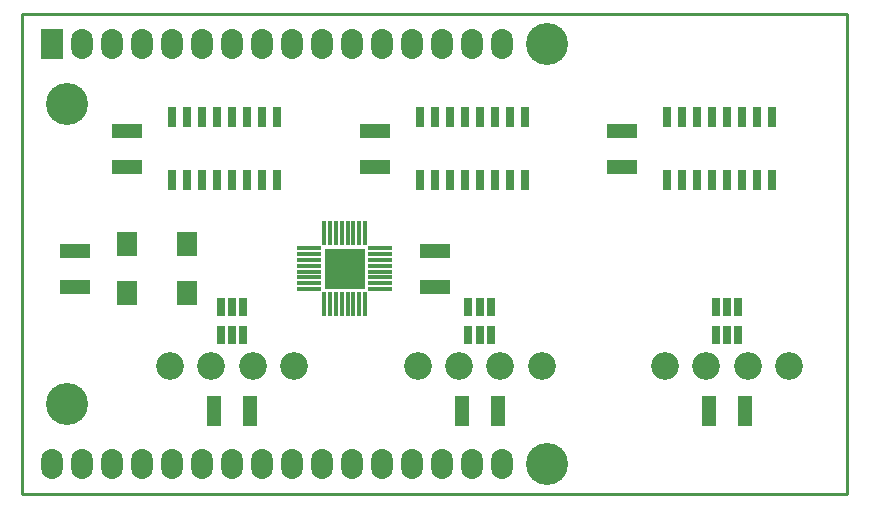
<source format=gbs>
G04 #@! TF.GenerationSoftware,KiCad,Pcbnew,no-vcs-found-0f0cb64~58~ubuntu16.04.1*
G04 #@! TF.CreationDate,2017-03-29T15:35:21-04:00*
G04 #@! TF.ProjectId,step_dir_controller_3x2,737465705F6469725F636F6E74726F6C,1.0*
G04 #@! TF.FileFunction,Soldermask,Bot*
G04 #@! TF.FilePolarity,Negative*
%FSLAX46Y46*%
G04 Gerber Fmt 4.6, Leading zero omitted, Abs format (unit mm)*
G04 Created by KiCad (PCBNEW no-vcs-found-0f0cb64~58~ubuntu16.04.1) date Wed Mar 29 15:35:21 2017*
%MOMM*%
%LPD*%
G01*
G04 APERTURE LIST*
%ADD10C,0.100000*%
%ADD11C,0.228600*%
%ADD12O,1.854200X2.540000*%
%ADD13R,1.854200X2.540000*%
%ADD14C,3.556000*%
%ADD15R,2.540000X1.270000*%
%ADD16R,1.270000X2.540000*%
%ADD17R,1.800000X2.000000*%
%ADD18C,2.340000*%
%ADD19R,2.075000X0.325000*%
%ADD20R,0.325000X2.075000*%
%ADD21R,3.475000X3.475000*%
%ADD22R,0.740000X1.690000*%
%ADD23R,0.762000X1.534160*%
G04 APERTURE END LIST*
D10*
D11*
X155575000Y-68580000D02*
X85725000Y-68580000D01*
X155575000Y-109220000D02*
X155575000Y-68580000D01*
X85725000Y-109220000D02*
X155575000Y-109220000D01*
X85725000Y-68580000D02*
X85725000Y-109220000D01*
D12*
X90805000Y-71120000D03*
X93345000Y-71120000D03*
D13*
X88265000Y-71120000D03*
D12*
X95885000Y-71120000D03*
X98425000Y-71120000D03*
X100965000Y-71120000D03*
X103505000Y-71120000D03*
X106045000Y-71120000D03*
X108585000Y-71120000D03*
X111125000Y-71120000D03*
X113665000Y-71120000D03*
X116205000Y-71120000D03*
X118745000Y-71120000D03*
X121285000Y-71120000D03*
X123825000Y-71120000D03*
X126365000Y-71120000D03*
X126365000Y-106680000D03*
X123825000Y-106680000D03*
X121285000Y-106680000D03*
X118745000Y-106680000D03*
X116205000Y-106680000D03*
X113665000Y-106680000D03*
X111125000Y-106680000D03*
X108585000Y-106680000D03*
X106045000Y-106680000D03*
X103505000Y-106680000D03*
X100965000Y-106680000D03*
X98425000Y-106680000D03*
X95885000Y-106680000D03*
X93345000Y-106680000D03*
X90805000Y-106680000D03*
X88265000Y-106680000D03*
D14*
X89535000Y-76200000D03*
X89535000Y-101600000D03*
X130175000Y-106680000D03*
X130175000Y-71120000D03*
D15*
X90170000Y-91694000D03*
X90170000Y-88646000D03*
X120650000Y-91694000D03*
X120650000Y-88646000D03*
X94615000Y-81534000D03*
X94615000Y-78486000D03*
D16*
X105029000Y-102235000D03*
X101981000Y-102235000D03*
D15*
X115570000Y-78486000D03*
X115570000Y-81534000D03*
D16*
X125984000Y-102235000D03*
X122936000Y-102235000D03*
D15*
X136525000Y-81534000D03*
X136525000Y-78486000D03*
D16*
X146939000Y-102235000D03*
X143891000Y-102235000D03*
D17*
X94615000Y-92270000D03*
X99695000Y-92270000D03*
X99695000Y-88070000D03*
X94615000Y-88070000D03*
D18*
X105255000Y-98425000D03*
X101755000Y-98425000D03*
X98255000Y-98425000D03*
X108755000Y-98425000D03*
X129710000Y-98425000D03*
X119210000Y-98425000D03*
X122710000Y-98425000D03*
X126210000Y-98425000D03*
X147165000Y-98425000D03*
X143665000Y-98425000D03*
X140165000Y-98425000D03*
X150665000Y-98425000D03*
D19*
X116030000Y-91920000D03*
X116030000Y-91420000D03*
X116030000Y-90920000D03*
X116030000Y-90420000D03*
X116030000Y-89920000D03*
X116030000Y-89420000D03*
X116030000Y-88920000D03*
X116030000Y-88420000D03*
X110030000Y-88420000D03*
X110030000Y-88920000D03*
X110030000Y-89420000D03*
X110030000Y-89920000D03*
X110030000Y-90420000D03*
X110030000Y-90920000D03*
X110030000Y-91420000D03*
X110030000Y-91920000D03*
D20*
X114780000Y-87170000D03*
X114280000Y-87170000D03*
X113780000Y-87170000D03*
X113280000Y-87170000D03*
X112780000Y-87170000D03*
X112280000Y-87170000D03*
X111780000Y-87170000D03*
X111280000Y-87170000D03*
X111280000Y-93170000D03*
X111780000Y-93170000D03*
X112280000Y-93170000D03*
X112780000Y-93170000D03*
X113280000Y-93170000D03*
X113780000Y-93170000D03*
X114280000Y-93170000D03*
X114780000Y-93170000D03*
D21*
X113030000Y-90170000D03*
D22*
X107315000Y-82710000D03*
X106045000Y-82710000D03*
X104775000Y-82710000D03*
X103505000Y-82710000D03*
X102235000Y-82710000D03*
X100965000Y-82710000D03*
X99695000Y-82710000D03*
X98425000Y-82710000D03*
X98425000Y-77310000D03*
X99695000Y-77310000D03*
X100965000Y-77310000D03*
X102235000Y-77310000D03*
X103505000Y-77310000D03*
X104775000Y-77310000D03*
X106045000Y-77310000D03*
X107315000Y-77310000D03*
D23*
X102555040Y-93416120D03*
X103505000Y-93416120D03*
X104454960Y-93416120D03*
X104454960Y-95813880D03*
X103505000Y-95813880D03*
X102555040Y-95813880D03*
D22*
X128270000Y-82710000D03*
X127000000Y-82710000D03*
X125730000Y-82710000D03*
X124460000Y-82710000D03*
X123190000Y-82710000D03*
X121920000Y-82710000D03*
X120650000Y-82710000D03*
X119380000Y-82710000D03*
X119380000Y-77310000D03*
X120650000Y-77310000D03*
X121920000Y-77310000D03*
X123190000Y-77310000D03*
X124460000Y-77310000D03*
X125730000Y-77310000D03*
X127000000Y-77310000D03*
X128270000Y-77310000D03*
D23*
X123510040Y-93416120D03*
X124460000Y-93416120D03*
X125409960Y-93416120D03*
X125409960Y-95813880D03*
X124460000Y-95813880D03*
X123510040Y-95813880D03*
D22*
X149225000Y-77310000D03*
X147955000Y-77310000D03*
X146685000Y-77310000D03*
X145415000Y-77310000D03*
X144145000Y-77310000D03*
X142875000Y-77310000D03*
X141605000Y-77310000D03*
X140335000Y-77310000D03*
X140335000Y-82710000D03*
X141605000Y-82710000D03*
X142875000Y-82710000D03*
X144145000Y-82710000D03*
X145415000Y-82710000D03*
X146685000Y-82710000D03*
X147955000Y-82710000D03*
X149225000Y-82710000D03*
D23*
X144465040Y-95813880D03*
X145415000Y-95813880D03*
X146364960Y-95813880D03*
X146364960Y-93416120D03*
X145415000Y-93416120D03*
X144465040Y-93416120D03*
M02*

</source>
